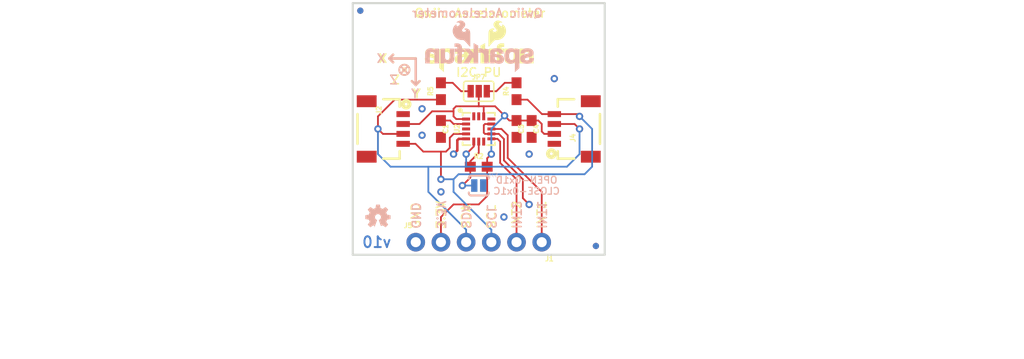
<source format=kicad_pcb>
(kicad_pcb (version 20211014) (generator pcbnew)
  (layers (0 "F.Cu" signal) (31 "B.Cu" signal) (34 "B.Paste" user) (35 "F.Paste" user) (36 "B.SilkS" user "B.Silkscreen") (37 "F.SilkS" user "F.Silkscreen") (38 "B.Mask" user) (39 "F.Mask" user) (44 "Edge.Cuts" user))
  (net 0 "")
  (net 1 "BYP")
  (net 2 "3.3V")
  (net 3 "GND")
  (net 4 "SCL")
  (net 5 "SDA")
  (net 6 "INT2")
  (net 7 "INT1")
  (net 8 "SA0")
  (net 9 "N$1")
  (net 10 "N$2")
  (footprint "boardEagle:0603" (layer "F.Cu") (at 148.5011 108.8136)
    (fp_text reference "R2" (at 0 -0.762) (layer "F.SilkS") (effects (font (size 0.48768 0.48768) (thickness 0.12192)) (justify bottom)))
    (fp_text value "10k")
    (pad "1" smd rect (at -0.85 0) (size 1.1 1) (layers "F.Cu" "F.Paste" "F.Mask") (net 8 "SA0"))
    (pad "2" smd rect (at 0.85 0) (size 1.1 1) (layers "F.Cu" "F.Paste" "F.Mask") (net 2 "3.3V"))
  )
  (footprint "boardEagle:SFE_LOGO_NAME_FLAME_.1" (layer "F.Cu") (at 142.6591 99.2886)
    (fp_text reference "LOGO2" hide)
    (fp_text value "SFE_LOGO_NAME_FLAME.1_INCH" hide)
  )
  (footprint "boardEagle:0603" (layer "F.Cu") (at 153.8351 105.0036 -90)
    (fp_text reference "C4" (at 0 -0.762 -90) (layer "F.SilkS") (effects (font (size 0.48768 0.48768) (thickness 0.12192)) (justify bottom)))
    (fp_text value "0.1uF")
    (pad "1" smd rect (at -0.85 0 270) (size 1.1 1) (layers "F.Cu" "F.Paste" "F.Mask") (net 2 "3.3V"))
    (pad "2" smd rect (at 0.85 0 270) (size 1.1 1) (layers "F.Cu" "F.Paste" "F.Mask") (net 3 "GND"))
  )
  (footprint "boardEagle:STAND-OFF" (layer "F.Cu") (at 138.3411 94.8436)
    (fp_text reference "JP3" hide)
    (fp_text value "STAND-OFF" hide)
    (pad "" np_thru_hole circle (at 0 0) (size 3.302 3.302) (drill 3.302) (layers *.Cu *.Mask))
  )
  (footprint "boardEagle:MICRO-FIDUCIAL" (layer "F.Cu") (at 136.5631 93.0656)
    (fp_text reference "JP6" hide)
    (fp_text value "FIDUCIALUFIDUCIAL" hide)
    (pad "1" smd roundrect (at 0 0) (size 0.635 0.635) (layers "F.Cu" "F.Mask") (roundrect_rratio 0.5))
  )
  (footprint "boardEagle:0603" (layer "F.Cu") (at 152.3111 105.0036 -90)
    (fp_text reference "C5" (at 0 -0.762 -90) (layer "F.SilkS") (effects (font (size 0.48768 0.48768) (thickness 0.12192)) (justify bottom)))
    (fp_text value "4.7uF")
    (pad "1" smd rect (at -0.85 0 270) (size 1.1 1) (layers "F.Cu" "F.Paste" "F.Mask") (net 2 "3.3V"))
    (pad "2" smd rect (at 0.85 0 270) (size 1.1 1) (layers "F.Cu" "F.Paste" "F.Mask") (net 3 "GND"))
  )
  (footprint "boardEagle:1X04_NO_SILK" (layer "F.Cu") (at 142.1511 116.4336)
    (fp_text reference "J5" (at -1.27 -1.397) (layer "F.SilkS") (effects (font (size 0.48768 0.48768) (thickness 0.12192)) (justify left bottom)))
    (fp_text value "")
    (pad "1" thru_hole circle (at 0 0 90) (size 1.8796 1.8796) (drill 1.016) (layers *.Cu *.Mask) (net 3 "GND"))
    (pad "2" thru_hole circle (at 2.54 0 90) (size 1.8796 1.8796) (drill 1.016) (layers *.Cu *.Mask) (net 2 "3.3V"))
    (pad "3" thru_hole circle (at 5.08 0 90) (size 1.8796 1.8796) (drill 1.016) (layers *.Cu *.Mask) (net 5 "SDA"))
    (pad "4" thru_hole circle (at 7.62 0 90) (size 1.8796 1.8796) (drill 1.016) (layers *.Cu *.Mask) (net 4 "SCL"))
  )
  (footprint "boardEagle:1X04_1MM_RA" (layer "F.Cu") (at 140.8811 105.0036 -90)
    (fp_text reference "J2" (at -1.397 2.159 -90) (layer "F.SilkS") (effects (font (size 0.48768 0.48768) (thickness 0.12192)) (justify left bottom)))
    (fp_text value "")
    (pad "1" smd rect (at -1.5 0 270) (size 0.6 1.35) (layers "F.Cu" "F.Paste" "F.Mask") (net 3 "GND"))
    (pad "2" smd rect (at -0.5 0 270) (size 0.6 1.35) (layers "F.Cu" "F.Paste" "F.Mask") (net 2 "3.3V"))
    (pad "3" smd rect (at 0.5 0 270) (size 0.6 1.35) (layers "F.Cu" "F.Paste" "F.Mask") (net 5 "SDA"))
    (pad "4" smd rect (at 1.5 0 270) (size 0.6 1.35) (layers "F.Cu" "F.Paste" "F.Mask") (net 4 "SCL"))
    (pad "NC1" smd rect (at 2.8 3.675 270) (size 1.2 2) (layers "F.Cu" "F.Paste" "F.Mask"))
    (pad "NC2" smd rect (at -2.8 3.675 270) (size 1.2 2) (layers "F.Cu" "F.Paste" "F.Mask"))
  )
  (footprint "boardEagle:QFN-16" (layer "F.Cu") (at 148.5011 105.0036)
    (fp_text reference "U2" (at -1.905 0 90) (layer "F.SilkS") (effects (font (size 0.48768 0.48768) (thickness 0.12192)) (justify bottom)))
    (fp_text value "MMA8452Q")
    (pad "1" smd rect (at -1.275 -1 270) (size 0.3 0.8) (layers "F.Cu" "F.Paste" "F.Mask") (net 2 "3.3V"))
    (pad "2" smd rect (at -1.275 -0.5 270) (size 0.3 0.8) (layers "F.Cu" "F.Paste" "F.Mask") (net 1 "BYP"))
    (pad "3" smd rect (at -1.275 0 270) (size 0.3 0.8) (layers "F.Cu" "F.Paste" "F.Mask"))
    (pad "4" smd rect (at -1.275 0.5 270) (size 0.3 0.8) (layers "F.Cu" "F.Paste" "F.Mask") (net 4 "SCL"))
    (pad "5" smd rect (at -1.275 1 270) (size 0.3 0.8) (layers "F.Cu" "F.Paste" "F.Mask") (net 3 "GND"))
    (pad "6" smd rect (at -0.5 1.275) (size 0.3 0.8) (layers "F.Cu" "F.Paste" "F.Mask") (net 5 "SDA"))
    (pad "7" smd rect (at 0 1.275) (size 0.3 0.8) (layers "F.Cu" "F.Paste" "F.Mask") (net 8 "SA0"))
    (pad "8" smd rect (at 0.5 1.275) (size 0.3 0.8) (layers "F.Cu" "F.Paste" "F.Mask"))
    (pad "9" smd rect (at 1.275 1 90) (size 0.3 0.8) (layers "F.Cu" "F.Paste" "F.Mask") (net 6 "INT2"))
    (pad "10" smd rect (at 1.275 0.5 90) (size 0.3 0.8) (layers "F.Cu" "F.Paste" "F.Mask") (net 3 "GND"))
    (pad "11" smd rect (at 1.275 0 90) (size 0.3 0.8) (layers "F.Cu" "F.Paste" "F.Mask") (net 7 "INT1"))
    (pad "12" smd rect (at 1.275 -0.5 90) (size 0.3 0.8) (layers "F.Cu" "F.Paste" "F.Mask") (net 3 "GND"))
    (pad "13" smd rect (at 1.275 -1 90) (size 0.3 0.8) (layers "F.Cu" "F.Paste" "F.Mask"))
    (pad "14" smd rect (at 0.5 -1.275 180) (size 0.3 0.8) (layers "F.Cu" "F.Paste" "F.Mask") (net 2 "3.3V"))
    (pad "15" smd rect (at 0 -1.275 180) (size 0.3 0.8) (layers "F.Cu" "F.Paste" "F.Mask"))
    (pad "16" smd rect (at -0.5 -1.275 180) (size 0.3 0.8) (layers "F.Cu" "F.Paste" "F.Mask"))
  )
  (footprint "boardEagle:1X04_1MM_RA" (layer "F.Cu") (at 156.1211 105.0036 90)
    (fp_text reference "J4" (at -1.397 2.159 90) (layer "F.SilkS") (effects (font (size 0.48768 0.48768) (thickness 0.12192)) (justify left bottom)))
    (fp_text value "")
    (pad "1" smd rect (at -1.5 0 90) (size 0.6 1.35) (layers "F.Cu" "F.Paste" "F.Mask") (net 3 "GND"))
    (pad "2" smd rect (at -0.5 0 90) (size 0.6 1.35) (layers "F.Cu" "F.Paste" "F.Mask") (net 2 "3.3V"))
    (pad "3" smd rect (at 0.5 0 90) (size 0.6 1.35) (layers "F.Cu" "F.Paste" "F.Mask") (net 5 "SDA"))
    (pad "4" smd rect (at 1.5 0 90) (size 0.6 1.35) (layers "F.Cu" "F.Paste" "F.Mask") (net 4 "SCL"))
    (pad "NC1" smd rect (at 2.8 3.675 90) (size 1.2 2) (layers "F.Cu" "F.Paste" "F.Mask"))
    (pad "NC2" smd rect (at -2.8 3.675 90) (size 1.2 2) (layers "F.Cu" "F.Paste" "F.Mask"))
  )
  (footprint "boardEagle:CREATIVE_COMMONS" (layer "F.Cu") (at 120.5611 125.3236)
    (fp_text reference "FRAME1" hide)
    (fp_text value "FRAME-LETTER" hide)
  )
  (footprint "boardEagle:0603" (layer "F.Cu") (at 144.6911 105.0036 -90)
    (fp_text reference "C1" (at 0 -0.762 -90) (layer "F.SilkS") (effects (font (size 0.48768 0.48768) (thickness 0.12192)) (justify bottom)))
    (fp_text value "0.1uF")
    (pad "1" smd rect (at -0.85 0 270) (size 1.1 1) (layers "F.Cu" "F.Paste" "F.Mask") (net 1 "BYP"))
    (pad "2" smd rect (at 0.85 0 270) (size 1.1 1) (layers "F.Cu" "F.Paste" "F.Mask") (net 3 "GND"))
  )
  (footprint "boardEagle:REVISION" (layer "F.Cu") (at 131.9911 127.8636)
    (fp_text reference "LOGO4" hide)
    (fp_text value "REVISION" hide)
  )
  (footprint "boardEagle:SMT-JUMPER_3_2-NC_PASTE_SILK" (layer "F.Cu") (at 148.5011 101.1936)
    (fp_text reference "JP7" (at 0 -1.143) (layer "F.SilkS") (effects (font (size 0.48768 0.48768) (thickness 0.12192)) (justify bottom)))
    (fp_text value "")
    (pad "1" smd rect (at -0.8128 0) (size 0.635 1.27) (layers "F.Cu" "F.Mask") (net 9 "N$1"))
    (pad "2" smd rect (at 0 0) (size 0.635 1.27) (layers "F.Cu" "F.Mask") (net 2 "3.3V"))
    (pad "3" smd rect (at 0.8128 0) (size 0.635 1.27) (layers "F.Cu" "F.Mask") (net 10 "N$2"))
  )
  (footprint "boardEagle:0603" (layer "F.Cu") (at 152.3111 101.1936 90)
    (fp_text reference "R4" (at 0 -0.762 90) (layer "F.SilkS") (effects (font (size 0.48768 0.48768) (thickness 0.12192)) (justify bottom)))
    (fp_text value "4.7k")
    (pad "1" smd rect (at -0.85 0 90) (size 1.1 1) (layers "F.Cu" "F.Paste" "F.Mask") (net 4 "SCL"))
    (pad "2" smd rect (at 0.85 0 90) (size 1.1 1) (layers "F.Cu" "F.Paste" "F.Mask") (net 10 "N$2"))
  )
  (footprint "boardEagle:1X02_NO_SILK" (layer "F.Cu") (at 154.8511 116.4336 180)
    (fp_text reference "J1" (at -1.27 -1.397 180) (layer "F.SilkS") (effects (font (size 0.48768 0.48768) (thickness 0.12192)) (justify right top)))
    (fp_text value "")
    (pad "1" thru_hole circle (at 0 0 270) (size 1.8796 1.8796) (drill 1.016) (layers *.Cu *.Mask) (net 7 "INT1"))
    (pad "2" thru_hole circle (at 2.54 0 270) (size 1.8796 1.8796) (drill 1.016) (layers *.Cu *.Mask) (net 6 "INT2"))
  )
  (footprint "boardEagle:0603" (layer "F.Cu") (at 144.6911 101.1936 90)
    (fp_text reference "R5" (at 0 -0.762 90) (layer "F.SilkS") (effects (font (size 0.48768 0.48768) (thickness 0.12192)) (justify bottom)))
    (fp_text value "4.7k")
    (pad "1" smd rect (at -0.85 0 90) (size 1.1 1) (layers "F.Cu" "F.Paste" "F.Mask") (net 5 "SDA"))
    (pad "2" smd rect (at 0.85 0 90) (size 1.1 1) (layers "F.Cu" "F.Paste" "F.Mask") (net 9 "N$1"))
  )
  (footprint "boardEagle:MICRO-FIDUCIAL" (layer "F.Cu") (at 160.3121 116.8146)
    (fp_text reference "JP2" hide)
    (fp_text value "FIDUCIALUFIDUCIAL" hide)
    (pad "1" smd roundrect (at 0 0) (size 0.635 0.635) (layers "F.Cu" "F.Mask") (roundrect_rratio 0.5))
  )
  (footprint "boardEagle:STAND-OFF" (layer "F.Cu") (at 158.6611 94.8436)
    (fp_text reference "JP4" hide)
    (fp_text value "STAND-OFF" hide)
    (pad "" np_thru_hole circle (at 0 0) (size 3.302 3.302) (drill 3.302) (layers *.Cu *.Mask))
  )
  (footprint "boardEagle:OSHW-LOGO-MINI" (layer "B.Cu") (at 138.3411 113.8936 180)
    (fp_text reference "LOGO1" hide)
    (fp_text value "OSHW-LOGOMINI" hide)
  )
  (footprint "boardEagle:SJ_2S-NO" (layer "B.Cu") (at 148.5011 110.7186 180)
    (fp_text reference "SJ1" (at -0.908 1.27) (layer "B.SilkS") (effects (font (size 0.373888 0.373888) (thickness 0.032512)) (justify right top mirror)))
    (fp_text value "")
    (pad "1" smd rect (at -0.45 0 180) (size 0.635 1.27) (layers "B.Cu" "B.Mask") (net 3 "GND"))
    (pad "2" smd rect (at 0.45 0 180) (size 0.635 1.27) (layers "B.Cu" "B.Mask") (net 8 "SA0"))
  )
  (footprint "boardEagle:MICRO-FIDUCIAL" (layer "B.Cu") (at 136.5631 93.0656 180)
    (fp_text reference "JP5" hide)
    (fp_text value "FIDUCIALUFIDUCIAL" hide)
    (pad "1" smd roundrect (at 0 0 180) (size 0.635 0.635) (layers "B.Cu" "B.Mask") (roundrect_rratio 0.5))
  )
  (footprint "boardEagle:MICRO-FIDUCIAL" (layer "B.Cu") (at 160.3121 116.8146 180)
    (fp_text reference "JP1" hide)
    (fp_text value "FIDUCIALUFIDUCIAL" hide)
    (pad "1" smd roundrect (at 0 0 180) (size 0.635 0.635) (layers "B.Cu" "B.Mask") (roundrect_rratio 0.5))
  )
  (footprint "boardEagle:SFE_LOGO_NAME_FLAME_.1" (layer "B.Cu") (at 154.4701 99.2886 180)
    (fp_text reference "LOGO3" hide)
    (fp_text value "SFE_LOGO_NAME_FLAME.1_INCH" hide)
  )
  (gr_line (start 142.1511 100.5586) (end 141.7701 100.1776) (layer "B.SilkS") (width 0.254))
  (gr_line (start 142.1511 100.5586) (end 142.1511 97.8916) (layer "B.SilkS") (width 0.254))
  (gr_line (start 142.1511 100.5586) (end 142.5321 100.1776) (layer "B.SilkS") (width 0.254))
  (gr_circle (center 141.0081 99.0346) (end 141.531734 99.0346) (layer "B.SilkS") (width 0.1778) (fill none))
  (gr_line (start 139.4841 97.8916) (end 139.8651 97.5106) (layer "B.SilkS") (width 0.254))
  (gr_line (start 139.4841 97.8916) (end 142.1511 97.8916) (layer "B.SilkS") (width 0.254))
  (gr_line (start 140.6779 98.7298) (end 141.3129 99.3648) (layer "B.SilkS") (width 0.1778))
  (gr_line (start 139.4841 97.8916) (end 139.8651 98.2726) (layer "B.SilkS") (width 0.254))
  (gr_line (start 141.3129 98.7298) (end 140.6779 99.3648) (layer "B.SilkS") (width 0.1778))
  (gr_line (start 139.4841 97.8916) (end 139.8651 97.5106) (layer "F.SilkS") (width 0.254))
  (gr_line (start 139.4841 97.8916) (end 142.1511 97.8916) (layer "F.SilkS") (width 0.254))
  (gr_line (start 139.4841 97.8916) (end 139.8651 98.2726) (layer "F.SilkS") (width 0.254))
  (gr_line (start 142.1511 100.5586) (end 142.5321 100.1776) (layer "F.SilkS") (width 0.254))
  (gr_circle (center 141.0081 99.0346) (end 141.531734 99.0346) (layer "F.SilkS") (width 0.1778) (fill none))
  (gr_circle (center 141.0081 99.0346) (end 141.1351 99.0346) (layer "F.SilkS") (width 0.254) (fill none))
  (gr_line (start 142.1511 100.5586) (end 141.7701 100.1776) (layer "F.SilkS") (width 0.254))
  (gr_line (start 142.1511 100.5586) (end 142.1511 97.8916) (layer "F.SilkS") (width 0.254))
  (gr_line (start 161.2011 117.7036) (end 135.8011 117.7036) (layer "Edge.Cuts") (width 0.2032))
  (gr_line (start 135.8011 117.7036) (end 135.8011 92.3036) (layer "Edge.Cuts") (width 0.2032))
  (gr_line (start 135.8011 92.3036) (end 161.2011 92.3036) (layer "Edge.Cuts") (width 0.2032))
  (gr_line (start 161.2011 92.3036) (end 161.2011 117.7036) (layer "Edge.Cuts") (width 0.2032))
  (gr_text "v10" (at 138.2141 116.4336) (layer "B.Cu") (effects (font (size 1.0795 1.0795) (thickness 0.1905)) (justify mirror)))
  (gr_text "OPEN-0x1D\nCLOSE-0x1C" (at 153.3271 110.7186) (layer "B.SilkS") (effects (font (size 0.69088 0.69088) (thickness 0.12192)) (justify mirror)))
  (gr_text "INT2" (at 152.3111 115.1636 -90) (layer "B.SilkS") (effects (font (size 0.8636 0.8636) (thickness 0.1524)) (justify left mirror)))
  (gr_text "SCL" (at 149.7711 115.1636 -90) (layer "B.SilkS") (effects (font (size 0.8636 0.8636) (thickness 0.1524)) (justify left mirror)))
  (gr_text "SDA" (at 147.2311 115.1636 -90) (layer "B.SilkS") (effects (font (size 0.8636 0.8636) (thickness 0.1524)) (justify left mirror)))
  (gr_text "Y" (at 142.0749 101.4476) (layer "B.SilkS") (effects (font (size 0.8636 0.8636) (thickness 0.1524)) (justify mirror)))
  (gr_text "3.3V" (at 144.6911 115.1636 -90) (layer "B.SilkS") (effects (font (size 0.8636 0.8636) (thickness 0.1524)) (justify left mirror)))
  (gr_text "X" (at 138.6459 97.8916) (layer "B.SilkS") (effects (font (size 0.8636 0.8636) (thickness 0.1524)) (justify mirror)))
  (gr_text "Z" (at 139.9159 100.0506) (layer "B.SilkS") (effects (font (size 0.8636 0.8636) (thickness 0.1524)) (justify mirror)))
  (gr_text "GND" (at 142.1511 115.1636 -90) (layer "B.SilkS") (effects (font (size 0.8636 0.8636) (thickness 0.1524)) (justify left mirror)))
  (gr_text "INT1" (at 154.8511 115.1636 -90) (layer "B.SilkS") (effects (font (size 0.8636 0.8636) (thickness 0.1524)) (justify left mirror)))
  (gr_text "Qwiic Accelerometer" (at 148.3741 93.3196) (layer "B.SilkS") (effects (font (size 0.8636 0.8636) (thickness 0.1524)) (justify mirror)))
  (gr_text "GND" (at 142.1511 115.1636 90) (layer "F.SilkS") (effects (font (size 0.8636 0.8636) (thickness 0.1524)) (justify left)))
  (gr_text "Y" (at 142.2781 101.4476) (layer "F.SilkS") (effects (font (size 0.8636 0.8636) (thickness 0.1524))))
  (gr_text "Qwiic Accelerometer" (at 148.6281 93.3196) (layer "F.SilkS") (effects (font (size 0.8636 0.8636) (thickness 0.1524))))
  (gr_text "SDA" (at 147.2311 115.1636 90) (layer "F.SilkS") (effects (font (size 0.8636 0.8636) (thickness 0.1524)) (justify left)))
  (gr_text "SCL" (at 149.7711 115.1636 90) (layer "F.SilkS") (effects (font (size 0.8636 0.8636) (thickness 0.1524)) (justify left)))
  (gr_text "INT2" (at 152.3111 115.1636 90) (layer "F.SilkS") (effects (font (size 0.8636 0.8636) (thickness 0.1524)) (justify left)))
  (gr_text "3.3V" (at 144.6911 115.1636 90) (layer "F.SilkS") (effects (font (size 0.8636 0.8636) (thickness 0.1524)) (justify left)))
  (gr_text "X" (at 138.8491 97.8916) (layer "F.SilkS") (effects (font (size 0.8636 0.8636) (thickness 0.1524))))
  (gr_text "Z" (at 140.1191 100.0506) (layer "F.SilkS") (effects (font (size 0.8636 0.8636) (thickness 0.1524))))
  (gr_text "I2C PU" (at 148.5011 99.2886) (layer "F.SilkS") (effects (font (size 0.8636 0.8636) (thickness 0.1524))))
  (gr_text "INT1" (at 154.8511 115.1636 90) (layer "F.SilkS") (effects (font (size 0.8636 0.8636) (thickness 0.1524)) (justify left)))
  (segment (start 144.6911 104.1536) (end 145.6191 104.1536) (width 0.1778) (layer "F.Cu") (net 1))
  (segment (start 147.2261 104.5036) (end 145.9691 104.5036) (width 0.1778) (layer "F.Cu") (net 1))
  (segment (start 145.9691 104.5036) (end 145.6191 104.1536) (width 0.1778) (layer "F.Cu") (net 1))
  (segment (start 149.3511 108.8136) (end 149.3511 107.9636) (width 0.1778) (layer "F.Cu") (net 2))
  (segment (start 145.9611 103.2256) (end 145.9611 102.9716) (width 0.1778) (layer "F.Cu") (net 2))
  (segment (start 150.1521 102.7176) (end 149.0091 102.7176) (width 0.1778) (layer "F.Cu") (net 2))
  (segment (start 153.8351 104.1536) (end 152.3111 104.1536) (width 0.1778) (layer "F.Cu") (net 2))
  (segment (start 145.9611 103.7336) (end 145.9611 103.2256) (width 0.1778) (layer "F.Cu") (net 2))
  (segment (start 145.9611 112.6236) (end 144.6911 113.8936) (width 0.1778) (layer "F.Cu") (net 2))
  (segment (start 148.5011 101.1936) (end 148.5011 102.7176) (width 0.1778) (layer "F.Cu") (net 2))
  (segment (start 152.3111 104.1536) (end 151.5881 104.1536) (width 0.1778) (layer "F.Cu") (net 2))
  (segment (start 142.5241 104.5036) (end 143.8021 103.2256) (width 0.1778) (layer "F.Cu") (net 2))
  (segment (start 151.5881 104.1536) (end 151.1046 103.6701) (width 0.1778) (layer "F.Cu") (net 2))
  (segment (start 143.8021 103.2256) (end 145.9611 103.2256) (width 0.1778) (layer "F.Cu") (net 2))
  (segment (start 155.0971 105.5036) (end 154.8511 105.2576) (width 0.1778) (layer "F.Cu") (net 2))
  (segment (start 149.3511 111.7736) (end 148.5011 112.6236) (width 0.1778) (layer "F.Cu") (net 2))
  (segment (start 154.8511 104.4956) (end 154.5091 104.1536) (width 0.1778) (layer "F.Cu") (net 2))
  (segment (start 154.8511 105.2576) (end 154.8511 104.4956) (width 0.1778) (layer "F.Cu") (net 2))
  (segment (start 156.1211 105.5036) (end 155.0971 105.5036) (width 0.1778) (layer "F.Cu") (net 2))
  (segment (start 149.0011 103.7286) (end 149.0011 102.7256) (width 0.1778) (layer "F.Cu") (net 2))
  (segment (start 140.8811 104.5036) (end 142.5241 104.5036) (width 0.1778) (layer "F.Cu") (net 2))
  (segment (start 154.5091 104.1536) (end 153.8351 104.1536) (width 0.1778) (layer "F.Cu") (net 2))
  (segment (start 148.5011 102.7176) (end 146.2151 102.7176) (width 0.1778) (layer "F.Cu") (net 2))
  (segment (start 146.2151 102.7176) (end 145.9611 102.9716) (width 0.1778) (layer "F.Cu") (net 2))
  (segment (start 146.2311 104.0036) (end 145.9611 103.7336) (width 0.1778) (layer "F.Cu") (net 2))
  (segment (start 149.3511 107.9636) (end 149.7711 107.5436) (width 0.1778) (layer "F.Cu") (net 2))
  (segment (start 149.0091 102.7176) (end 148.5011 102.7176) (width 0.1778) (layer "F.Cu") (net 2))
  (segment (start 151.1046 103.6701) (end 150.1521 102.7176) (width 0.1778) (layer "F.Cu") (net 2))
  (segment (start 147.2261 104.0036) (end 146.2311 104.0036) (width 0.1778) (layer "F.Cu") (net 2))
  (segment (start 148.5011 112.6236) (end 145.9611 112.6236) (width 0.1778) (layer "F.Cu") (net 2))
  (segment (start 144.6911 113.8936) (end 144.6911 116.4336) (width 0.1778) (layer "F.Cu") (net 2))
  (segment (start 149.3511 108.8136) (end 149.3511 111.7736) (width 0.1778) (layer "F.Cu") (net 2))
  (segment (start 149.0011 102.7256) (end 149.0091 102.7176) (width 0.1778) (layer "F.Cu") (net 2))
  (via (at 151.1046 103.6701) (size 0.7366) (drill 0.381) (layers "F.Cu" "B.Cu") (net 2))
  (via (at 149.7711 107.5436) (size 0.7366) (drill 0.381) (layers "F.Cu" "B.Cu") (net 2))
  (segment (start 149.7711 107.5436) (end 149.7711 105.0036) (width 0.1778) (layer "B.Cu") (net 2))
  (segment (start 149.7711 105.0036) (end 151.1046 103.6701) (width 0.1778) (layer "B.Cu") (net 2))
  (segment (start 150.5251 105.5036) (end 149.7761 105.5036) (width 0.1778) (layer "F.Cu") (net 3))
  (segment (start 149.1281 104.5036) (end 149.0091 104.6226) (width 0.1778) (layer "F.Cu") (net 3))
  (segment (start 149.1281 105.5036) (end 149.0091 105.3846) (width 0.1778) (layer "F.Cu") (net 3))
  (segment (start 149.7761 104.5036) (end 149.9261 104.5036) (width 0.1778) (layer "F.Cu") (net 3))
  (segment (start 149.0091 105.3846) (end 149.0091 104.6226) (width 0.1778) (layer "F.Cu") (net 3))
  (segment (start 146.3421 107.1626) (end 145.9611 107.5436) (width 0.254) (layer "F.Cu") (net 3))
  (segment (start 151.0411 106.0196) (end 151.0411 108.1786) (width 0.1778) (layer "F.Cu") (net 3))
  (segment (start 146.4851 106.0036) (end 146.3421 106.1466) (width 0.254) (layer "F.Cu") (net 3))
  (segment (start 152.9461 110.0836) (end 152.9461 111.9886) (width 0.1778) (layer "F.Cu") (net 3))
  (segment (start 151.0411 108.1786) (end 152.9461 110.0836) (width 0.1778) (layer "F.Cu") (net 3))
  (segment (start 149.7761 104.5036) (end 149.1281 104.5036) (width 0.1778) (layer "F.Cu") (net 3))
  (segment (start 150.5251 105.5036) (end 151.0411 106.0196) (width 0.1778) (layer "F.Cu") (net 3))
  (segment (start 149.1281 105.5036) (end 149.7761 105.5036) (width 0.1778) (layer "F.Cu") (net 3))
  (segment (start 146.3421 106.1466) (end 146.3421 107.1626) (width 0.254) (layer "F.Cu") (net 3))
  (segment (start 147.2261 106.0036) (end 146.4851 106.0036) (width 0.254) (layer "F.Cu") (net 3))
  (segment (start 152.9461 111.9886) (end 153.5811 112.6236) (width 0.1778) (layer "F.Cu") (net 3))
  (via (at 144.6911 111.3536) (size 0.7366) (drill 0.381) (layers "F.Cu" "B.Cu") (net 3))
  (via (at 142.7861 105.6386) (size 0.7366) (drill 0.381) (layers "F.Cu" "B.Cu") (net 3))
  (via (at 142.7861 102.9716) (size 0.7366) (drill 0.381) (layers "F.Cu" "B.Cu") (net 3))
  (via (at 156.1211 99.9236) (size 0.7366) (drill 0.381) (layers "F.Cu" "B.Cu") (net 3))
  (via (at 153.5811 107.5436) (size 0.7366) (drill 0.381) (layers "F.Cu" "B.Cu") (net 3))
  (via (at 153.5811 112.6236) (size 0.7366) (drill 0.381) (layers "F.Cu" "B.Cu") (net 3))
  (via (at 145.9611 107.5436) (size 0.7366) (drill 0.381) (layers "F.Cu" "B.Cu") (net 3))
  (via (at 151.0411 113.8936) (size 0.7366) (drill 0.381) (layers "F.Cu" "B.Cu") (net 3))
  (segment (start 145.9691 105.5036) (end 145.5801 105.8926) (width 0.1778) (layer "F.Cu") (net 4))
  (segment (start 145.5801 105.8926) (end 145.5801 106.9086) (width 0.1778) (layer "F.Cu") (net 4))
  (segment (start 156.1211 103.5036) (end 158.4311 103.5036) (width 0.1778) (layer "F.Cu") (net 4))
  (segment (start 147.2261 105.5036) (end 145.9691 105.5036) (width 0.1778) (layer "F.Cu") (net 4))
  (segment (start 152.3111 102.0436) (end 153.4151 102.0436) (width 0.1778) (layer "F.Cu") (net 4))
  (segment (start 144.6911 107.2896) (end 142.9131 107.2896) (width 0.1778) (layer "F.Cu") (net 4))
  (segment (start 144.6911 107.2896) (end 145.1991 107.2896) (width 0.1778) (layer "F.Cu") (net 4))
  (segment (start 142.9131 107.2896) (end 142.1271 106.5036) (width 0.1778) (layer "F.Cu") (net 4))
  (segment (start 145.1991 107.2896) (end 145.5801 106.9086) (width 0.1778) (layer "F.Cu") (net 4))
  (segment (start 144.6911 107.2896) (end 144.6911 110.0836) (width 0.1778) (layer "F.Cu") (net 4))
  (segment (start 158.4311 103.5036) (end 158.6611 103.7336) (width 0.1778) (layer "F.Cu") (net 4))
  (segment (start 156.1211 103.5036) (end 154.8751 103.5036) (width 0.1778) (layer "F.Cu") (net 4))
  (segment (start 140.8811 106.5036) (end 142.1271 106.5036) (width 0.1778) (layer "F.Cu") (net 4))
  (segment (start 153.4151 102.0436) (end 154.8751 103.5036) (width 0.1778) (layer "F.Cu") (net 4))
  (via (at 144.6911 110.0836) (size 0.7366) (drill 0.381) (layers "F.Cu" "B.Cu") (net 4))
  (via (at 158.6611 103.7336) (size 0.7366) (drill 0.381) (layers "F.Cu" "B.Cu") (net 4))
  (segment (start 146.4691 109.5756) (end 145.9611 110.0836) (width 0.1778) (layer "B.Cu") (net 4))
  (segment (start 159.1691 109.5756) (end 146.4691 109.5756) (width 0.1778) (layer "B.Cu") (net 4))
  (segment (start 149.7711 116.4336) (end 149.7711 115.1636) (width 0.1778) (layer "B.Cu") (net 4))
  (segment (start 159.9311 105.0036) (end 159.9311 108.8136) (width 0.1778) (layer "B.Cu") (net 4))
  (segment (start 158.6611 103.7336) (end 159.9311 105.0036) (width 0.1778) (layer "B.Cu") (net 4))
  (segment (start 145.9611 111.3536) (end 145.9611 110.0836) (width 0.1778) (layer "B.Cu") (net 4))
  (segment (start 159.1691 109.5756) (end 159.9311 108.8136) (width 0.1778) (layer "B.Cu") (net 4))
  (segment (start 149.7711 115.1636) (end 145.9611 111.3536) (width 0.1778) (layer "B.Cu") (net 4))
  (segment (start 145.9611 110.0836) (end 144.6911 110.0836) (width 0.1778) (layer "B.Cu") (net 4))
  (segment (start 148.0011 106.7736) (end 147.2311 107.5436) (width 0.1778) (layer "F.Cu") (net 5))
  (segment (start 144.6911 102.0436) (end 140.0311 102.0436) (width 0.1778) (layer "F.Cu") (net 5))
  (segment (start 138.8411 105.5036) (end 138.3411 105.0036) (width 0.1778) (layer "F.Cu") (net 5))
  (segment (start 148.0011 106.2786) (end 148.0011 106.7736) (width 0.1778) (layer "F.Cu") (net 5))
  (segment (start 140.0311 102.0436) (end 138.3411 103.7336) (width 0.1778) (layer "F.Cu") (net 5))
  (segment (start 156.1211 104.5036) (end 158.1611 104.5036) (width 0.1778) (layer "F.Cu") (net 5))
  (segment (start 138.3411 103.7336) (end 138.3411 105.0036) (width 0.1778) (layer "F.Cu") (net 5))
  (segment (start 140.8811 105.5036) (end 138.8411 105.5036) (width 0.1778) (layer "F.Cu") (net 5))
  (segment (start 158.1611 104.5036) (end 158.6611 105.0036) (width 0.1778) (layer "F.Cu") (net 5))
  (via (at 138.3411 105.0036) (size 0.7366) (drill 0.381) (layers "F.Cu" "B.Cu") (net 5))
  (via (at 158.6611 105.0036) (size 0.7366) (drill 0.381) (layers "F.Cu" "B.Cu") (net 5))
  (via (at 147.2311 107.5436) (size 0.7366) (drill 0.381) (layers "F.Cu" "B.Cu") (net 5))
  (segment (start 147.2311 108.8136) (end 143.4211 108.8136) (width 0.1778) (layer "B.Cu") (net 5))
  (segment (start 143.4211 108.8136) (end 139.6111 108.8136) (width 0.1778) (layer "B.Cu") (net 5))
  (segment (start 139.6111 108.8136) (end 138.3411 107.5436) (width 0.1778) (layer "B.Cu") (net 5))
  (segment (start 147.2311 115.1636) (end 143.4211 111.3536) (width 0.1778) (layer "B.Cu") (net 5))
  (segment (start 138.3411 107.5436) (end 138.3411 105.0036) (width 0.1778) (layer "B.Cu") (net 5))
  (segment (start 158.6611 107.5436) (end 157.3911 108.8136) (width 0.1778) (layer "B.Cu") (net 5))
  (segment (start 147.2311 116.4336) (end 147.2311 115.1636) (width 0.1778) (layer "B.Cu") (net 5))
  (segment (start 147.2311 107.5436) (end 147.2311 108.8136) (width 0.1778) (layer "B.Cu") (net 5))
  (segment (start 158.6611 105.0036) (end 158.6611 107.5436) (width 0.1778) (layer "B.Cu") (net 5))
  (segment (start 157.3911 108.8136) (end 147.2311 108.8136) (width 0.1778) (layer "B.Cu") (net 5))
  (segment (start 143.4211 111.3536) (end 143.4211 108.8136) (width 0.1778) (layer "B.Cu") (net 5))
  (segment (start 150.6601 108.4326) (end 152.3111 110.0836) (width 0.1778) (layer "F.Cu") (net 6))
  (segment (start 150.6601 106.2736) (end 150.6601 108.4326) (width 0.1778) (layer "F.Cu") (net 6))
  (segment (start 152.3111 110.0836) (end 152.3111 116.4336) (width 0.1778) (layer "F.Cu") (net 6))
  (segment (start 149.7761 106.0036) (end 150.3901 106.0036) (width 0.1778) (layer "F.Cu") (net 6))
  (segment (start 150.3901 106.0036) (end 150.6601 106.2736) (width 0.1778) (layer "F.Cu") (net 6))
  (segment (start 154.8511 111.3536) (end 154.8511 116.4336) (width 0.1778) (layer "F.Cu") (net 7))
  (segment (start 151.4221 105.6386) (end 150.7871 105.0036) (width 0.1778) (layer "F.Cu") (net 7))
  (segment (start 149.7761 105.0036) (end 150.7871 105.0036) (width 0.1778) (layer "F.Cu") (net 7))
  (segment (start 151.4221 107.9246) (end 151.4221 105.6386) (width 0.1778) (layer "F.Cu") (net 7))
  (segment (start 151.4221 107.9246) (end 154.8511 111.3536) (width 0.1778) (layer "F.Cu") (net 7))
  (segment (start 148.5011 107.4166) (end 147.6511 108.2666) (width 0.1778) (layer "F.Cu") (net 8))
  (segment (start 147.6511 109.9176) (end 146.8501 110.7186) (width 0.1778) (layer "F.Cu") (net 8))
  (segment (start 147.6511 108.8136) (end 147.6511 109.9176) (width 0.1778) (layer "F.Cu") (net 8))
  (segment (start 147.6511 108.8136) (end 147.6511 108.2666) (width 0.1778) (layer "F.Cu") (net 8))
  (segment (start 148.5011 106.2786) (end 148.5011 107.4166) (width 0.1778) (layer "F.Cu") (net 8))
  (via (at 146.8501 110.7186) (size 0.7366) (drill 0.381) (layers "F.Cu" "B.Cu") (net 8))
  (segment (start 148.0511 110.7186) (end 146.8501 110.7186) (width 0.1778) (layer "B.Cu") (net 8))
  (segment (start 144.6911 100.3436) (end 145.8731 100.3436) (width 0.1778) (layer "F.Cu") (net 9))
  (segment (start 146.7231 101.1936) (end 145.8731 100.3436) (width 0.1778) (layer "F.Cu") (net 9))
  (segment (start 147.6883 101.1936) (end 146.7231 101.1936) (width 0.1778) (layer "F.Cu") (net 9))
  (segment (start 152.3111 100.3436) (end 151.1291 100.3436) (width 0.1778) (layer "F.Cu") (net 10))
  (segment (start 150.2791 101.1936) (end 151.1291 100.3436) (width 0.1778) (layer "F.Cu") (net 10))
  (segment (start 149.3139 101.1936) (end 150.2791 101.1936) (width 0.1778) (layer "F.Cu") (net 10))
)
</source>
